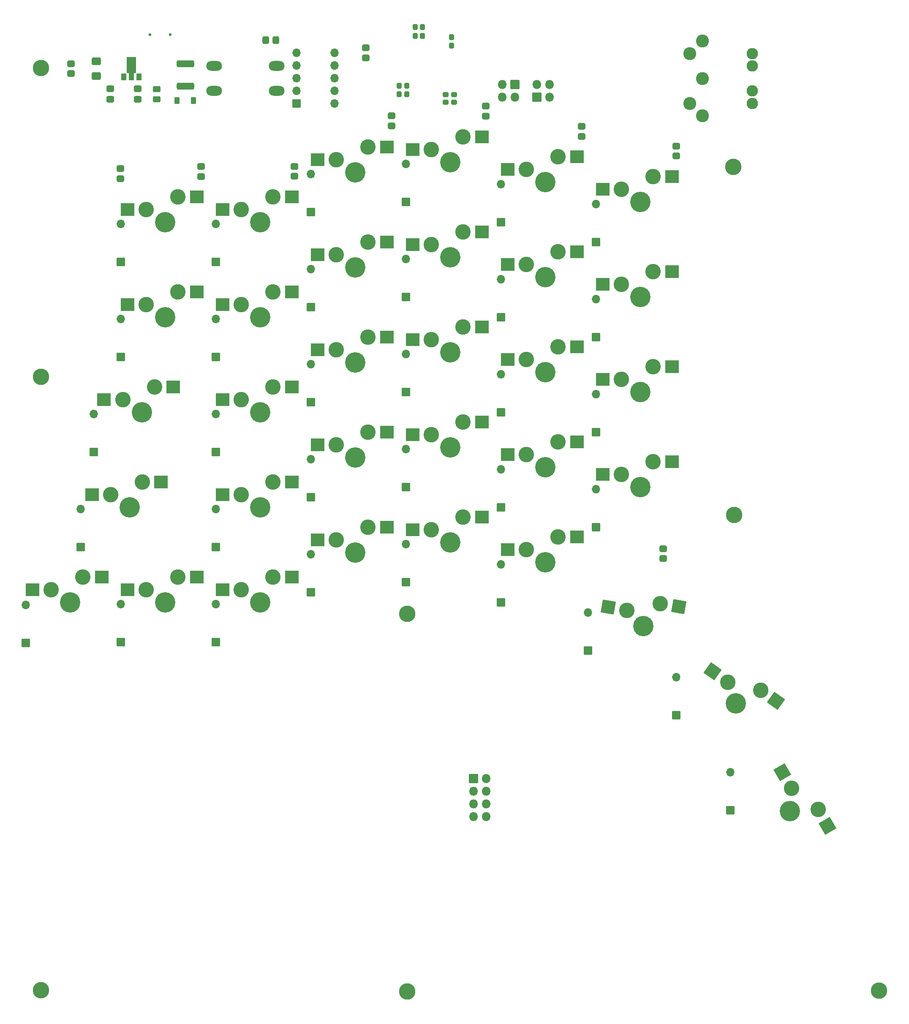
<source format=gbr>
%TF.GenerationSoftware,KiCad,Pcbnew,(6.0.0)*%
%TF.CreationDate,2022-01-01T09:35:30-08:00*%
%TF.ProjectId,thumbler_left,7468756d-626c-4657-925f-6c6566742e6b,rev?*%
%TF.SameCoordinates,Original*%
%TF.FileFunction,Soldermask,Bot*%
%TF.FilePolarity,Negative*%
%FSLAX46Y46*%
G04 Gerber Fmt 4.6, Leading zero omitted, Abs format (unit mm)*
G04 Created by KiCad (PCBNEW (6.0.0)) date 2022-01-01 09:35:30*
%MOMM*%
%LPD*%
G01*
G04 APERTURE LIST*
G04 Aperture macros list*
%AMRoundRect*
0 Rectangle with rounded corners*
0 $1 Rounding radius*
0 $2 $3 $4 $5 $6 $7 $8 $9 X,Y pos of 4 corners*
0 Add a 4 corners polygon primitive as box body*
4,1,4,$2,$3,$4,$5,$6,$7,$8,$9,$2,$3,0*
0 Add four circle primitives for the rounded corners*
1,1,$1+$1,$2,$3*
1,1,$1+$1,$4,$5*
1,1,$1+$1,$6,$7*
1,1,$1+$1,$8,$9*
0 Add four rect primitives between the rounded corners*
20,1,$1+$1,$2,$3,$4,$5,0*
20,1,$1+$1,$4,$5,$6,$7,0*
20,1,$1+$1,$6,$7,$8,$9,0*
20,1,$1+$1,$8,$9,$2,$3,0*%
%AMFreePoly0*
4,1,21,3.897855,0.901855,3.912500,0.866500,3.912500,-0.866500,3.897855,-0.901855,3.862500,-0.916500,0.737500,-0.916500,0.702145,-0.901855,0.687500,-0.866500,0.687500,-0.500000,-0.737500,-0.500000,-0.772855,-0.485355,-0.787500,-0.450000,-0.787500,0.450000,-0.772855,0.485355,-0.737500,0.500000,0.687500,0.500000,0.687500,0.866500,0.702145,0.901855,0.737500,0.916500,3.862500,0.916500,
3.897855,0.901855,3.897855,0.901855,$1*%
G04 Aperture macros list end*
%ADD10C,3.300000*%
%ADD11C,3.100000*%
%ADD12C,4.087800*%
%ADD13RoundRect,0.050000X-1.275000X-1.250000X1.275000X-1.250000X1.275000X1.250000X-1.275000X1.250000X0*%
%ADD14RoundRect,0.050000X0.800000X-0.800000X0.800000X0.800000X-0.800000X0.800000X-0.800000X-0.800000X0*%
%ADD15O,1.700000X1.700000*%
%ADD16C,2.601600*%
%ADD17C,2.286000*%
%ADD18RoundRect,0.050000X-0.850000X0.850000X-0.850000X-0.850000X0.850000X-0.850000X0.850000X0.850000X0*%
%ADD19O,1.800000X1.800000*%
%ADD20RoundRect,0.050000X-1.472690X-1.009608X1.038570X-1.452411X1.472690X1.009608X-1.038570X1.452411X0*%
%ADD21RoundRect,0.050000X-1.763389X-0.280326X0.315186X-1.757493X1.763389X0.280326X-0.315186X1.757493X0*%
%ADD22RoundRect,0.050000X-1.720032X0.479182X-0.445032X-1.729182X1.720032X-0.479182X0.445032X1.729182X0*%
%ADD23RoundRect,0.050000X0.850000X-0.850000X0.850000X0.850000X-0.850000X0.850000X-0.850000X-0.850000X0*%
%ADD24C,0.600000*%
%ADD25RoundRect,0.050000X-0.850000X-0.850000X0.850000X-0.850000X0.850000X0.850000X-0.850000X0.850000X0*%
%ADD26RoundRect,0.300000X-0.475000X0.337500X-0.475000X-0.337500X0.475000X-0.337500X0.475000X0.337500X0*%
%ADD27RoundRect,0.287500X-0.237500X0.300000X-0.237500X-0.300000X0.237500X-0.300000X0.237500X0.300000X0*%
%ADD28RoundRect,0.287500X-0.300000X-0.237500X0.300000X-0.237500X0.300000X0.237500X-0.300000X0.237500X0*%
%ADD29RoundRect,0.287500X0.237500X-0.300000X0.237500X0.300000X-0.237500X0.300000X-0.237500X-0.300000X0*%
%ADD30RoundRect,0.300000X0.337500X0.475000X-0.337500X0.475000X-0.337500X-0.475000X0.337500X-0.475000X0*%
%ADD31RoundRect,0.300000X-0.625000X0.462500X-0.625000X-0.462500X0.625000X-0.462500X0.625000X0.462500X0*%
%ADD32RoundRect,0.299999X0.450001X-0.350001X0.450001X0.350001X-0.450001X0.350001X-0.450001X-0.350001X0*%
%ADD33RoundRect,0.299999X-0.450001X0.350001X-0.450001X-0.350001X0.450001X-0.350001X0.450001X0.350001X0*%
%ADD34O,3.148000X1.950000*%
%ADD35RoundRect,0.050000X-0.800000X-0.800000X0.800000X-0.800000X0.800000X0.800000X-0.800000X0.800000X0*%
%ADD36RoundRect,0.050000X0.450000X-0.650000X0.450000X0.650000X-0.450000X0.650000X-0.450000X-0.650000X0*%
%ADD37FreePoly0,90.000000*%
%ADD38RoundRect,0.050000X0.450000X0.600000X-0.450000X0.600000X-0.450000X-0.600000X0.450000X-0.600000X0*%
%ADD39RoundRect,0.299999X-0.450001X0.325001X-0.450001X-0.325001X0.450001X-0.325001X0.450001X0.325001X0*%
%ADD40RoundRect,0.300000X-1.450000X0.400000X-1.450000X-0.400000X1.450000X-0.400000X1.450000X0.400000X0*%
G04 APERTURE END LIST*
D10*
%TO.C,REF\u002A\u002A*%
X165100000Y-332232000D03*
%TD*%
%TO.C,REF\u002A\u002A*%
X230632000Y-236728000D03*
%TD*%
%TO.C,REF\u002A\u002A*%
X91694000Y-209042000D03*
%TD*%
D11*
%TO.C,S1*%
X93796000Y-251711000D03*
D12*
X97606000Y-254251000D03*
D11*
X100146000Y-249171000D03*
D13*
X90046000Y-251711000D03*
X103896000Y-249171000D03*
%TD*%
D12*
%TO.C,S4*%
X116653000Y-178046200D03*
D11*
X119193000Y-172966200D03*
X112843000Y-175506200D03*
D13*
X109093000Y-175506200D03*
X122943000Y-172966200D03*
%TD*%
D14*
%TO.C,D6*%
X107711000Y-186032200D03*
D15*
X107711000Y-178412200D03*
%TD*%
D14*
%TO.C,D3*%
X88701000Y-262394000D03*
D15*
X88701000Y-254774000D03*
%TD*%
D14*
%TO.C,D29*%
X201345800Y-263906000D03*
D15*
X201345800Y-256286000D03*
%TD*%
D14*
%TO.C,D30*%
X219075000Y-276860000D03*
D15*
X219075000Y-269240000D03*
%TD*%
D14*
%TO.C,D31*%
X229870000Y-295910000D03*
D15*
X229870000Y-288290000D03*
%TD*%
D16*
%TO.C,J4*%
X224315000Y-141769500D03*
X224315000Y-149269500D03*
X224315000Y-156769500D03*
X221815000Y-144269500D03*
X221815000Y-154269500D03*
D17*
X234315000Y-154269500D03*
X234315000Y-144269500D03*
X234315000Y-151769500D03*
X234315000Y-146769500D03*
%TD*%
D18*
%TO.C,J3*%
X186695000Y-150490000D03*
D19*
X186695000Y-153030000D03*
X184155000Y-150490000D03*
X184155000Y-153030000D03*
%TD*%
D11*
%TO.C,S27*%
X209159949Y-255891589D03*
D12*
X212471000Y-259054600D03*
D11*
X215854544Y-254492843D03*
D20*
X205466920Y-255240408D03*
X219547574Y-255144024D03*
%TD*%
D12*
%TO.C,S28*%
X230994898Y-274537771D03*
D11*
X236008071Y-271868296D03*
X229360635Y-270260285D03*
D21*
X226303906Y-268087981D03*
X239064800Y-274040600D03*
%TD*%
D12*
%TO.C,S29*%
X241870912Y-296116815D03*
D11*
X242165617Y-291547258D03*
X247540321Y-295776520D03*
D22*
X240290617Y-288299663D03*
X249415321Y-299024115D03*
%TD*%
D23*
%TO.C,J2*%
X191135000Y-153035000D03*
D19*
X191135000Y-150495000D03*
X193675000Y-153035000D03*
X193675000Y-150495000D03*
%TD*%
D24*
%TO.C,J1*%
X117595400Y-140478000D03*
X113595400Y-140478000D03*
%TD*%
D11*
%TO.C,S7*%
X138243000Y-172966200D03*
X131893000Y-175506200D03*
D12*
X135703000Y-178046200D03*
D13*
X128143000Y-175506200D03*
X141993000Y-172966200D03*
%TD*%
D11*
%TO.C,S12*%
X150943000Y-165506200D03*
X157293000Y-162966200D03*
D12*
X154753000Y-168046200D03*
D13*
X147193000Y-165506200D03*
X161043000Y-162966200D03*
%TD*%
D11*
%TO.C,S17*%
X176343000Y-160966200D03*
D12*
X173803000Y-166046200D03*
D11*
X169993000Y-163506200D03*
D13*
X166243000Y-163506200D03*
X180093000Y-160966200D03*
%TD*%
D12*
%TO.C,S22*%
X192853000Y-170046200D03*
D11*
X195393000Y-164966200D03*
X189043000Y-167506200D03*
D13*
X185293000Y-167506200D03*
X199143000Y-164966200D03*
%TD*%
D11*
%TO.C,S30*%
X208093000Y-171506200D03*
X214443000Y-168966200D03*
D12*
X211903000Y-174046200D03*
D13*
X204343000Y-171506200D03*
X218193000Y-168966200D03*
%TD*%
D11*
%TO.C,S5*%
X119193000Y-192016200D03*
X112843000Y-194556200D03*
D12*
X116653000Y-197096200D03*
D13*
X109093000Y-194556200D03*
X122943000Y-192016200D03*
%TD*%
D11*
%TO.C,S8*%
X131893000Y-194556200D03*
X138243000Y-192016200D03*
D12*
X135703000Y-197096200D03*
D13*
X128143000Y-194556200D03*
X141993000Y-192016200D03*
%TD*%
D11*
%TO.C,S13*%
X150943000Y-184556200D03*
X157293000Y-182016200D03*
D12*
X154753000Y-187096200D03*
D13*
X147193000Y-184556200D03*
X161043000Y-182016200D03*
%TD*%
D11*
%TO.C,S18*%
X176343000Y-180016200D03*
D12*
X173803000Y-185096200D03*
D11*
X169993000Y-182556200D03*
D13*
X166243000Y-182556200D03*
X180093000Y-180016200D03*
%TD*%
D11*
%TO.C,S23*%
X189043000Y-186556200D03*
D12*
X192853000Y-189096200D03*
D11*
X195393000Y-184016200D03*
D13*
X185293000Y-186556200D03*
X199143000Y-184016200D03*
%TD*%
D11*
%TO.C,S31*%
X214443000Y-188016200D03*
X208093000Y-190556200D03*
D12*
X211903000Y-193096200D03*
D13*
X204343000Y-190556200D03*
X218193000Y-188016200D03*
%TD*%
D11*
%TO.C,S2*%
X108116516Y-213597880D03*
X114466516Y-211057880D03*
D12*
X111926516Y-216137880D03*
D13*
X104366516Y-213597880D03*
X118216516Y-211057880D03*
%TD*%
D11*
%TO.C,S9*%
X131893000Y-213606200D03*
X138243000Y-211066200D03*
D12*
X135703000Y-216146200D03*
D13*
X128143000Y-213606200D03*
X141993000Y-211066200D03*
%TD*%
D12*
%TO.C,S14*%
X154753000Y-206146200D03*
D11*
X157293000Y-201066200D03*
X150943000Y-203606200D03*
D13*
X147193000Y-203606200D03*
X161043000Y-201066200D03*
%TD*%
D12*
%TO.C,S19*%
X173803000Y-204146200D03*
D11*
X176343000Y-199066200D03*
X169993000Y-201606200D03*
D13*
X166243000Y-201606200D03*
X180093000Y-199066200D03*
%TD*%
D11*
%TO.C,S24*%
X195393000Y-203066200D03*
X189043000Y-205606200D03*
D12*
X192853000Y-208146200D03*
D13*
X185293000Y-205606200D03*
X199143000Y-203066200D03*
%TD*%
D11*
%TO.C,S32*%
X214443000Y-207066200D03*
X208093000Y-209606200D03*
D12*
X211903000Y-212146200D03*
D13*
X204343000Y-209606200D03*
X218193000Y-207066200D03*
%TD*%
D11*
%TO.C,S3*%
X112045456Y-230115156D03*
X105695456Y-232655156D03*
D12*
X109505456Y-235195156D03*
D13*
X101945456Y-232655156D03*
X115795456Y-230115156D03*
%TD*%
D12*
%TO.C,S10*%
X135703000Y-235196200D03*
D11*
X131893000Y-232656200D03*
X138243000Y-230116200D03*
D13*
X128143000Y-232656200D03*
X141993000Y-230116200D03*
%TD*%
D12*
%TO.C,S15*%
X154753000Y-225196200D03*
D11*
X157293000Y-220116200D03*
X150943000Y-222656200D03*
D13*
X147193000Y-222656200D03*
X161043000Y-220116200D03*
%TD*%
D11*
%TO.C,S20*%
X169993000Y-220656200D03*
D12*
X173803000Y-223196200D03*
D11*
X176343000Y-218116200D03*
D13*
X166243000Y-220656200D03*
X180093000Y-218116200D03*
%TD*%
D12*
%TO.C,S25*%
X192853000Y-227196200D03*
D11*
X189043000Y-224656200D03*
X195393000Y-222116200D03*
D13*
X185293000Y-224656200D03*
X199143000Y-222116200D03*
%TD*%
D11*
%TO.C,S33*%
X208093000Y-228656200D03*
X214443000Y-226116200D03*
D12*
X211903000Y-231196200D03*
D13*
X204343000Y-228656200D03*
X218193000Y-226116200D03*
%TD*%
D12*
%TO.C,S6*%
X116653000Y-254246200D03*
D11*
X112843000Y-251706200D03*
X119193000Y-249166200D03*
D13*
X109093000Y-251706200D03*
X122943000Y-249166200D03*
%TD*%
D12*
%TO.C,S11*%
X135703000Y-254246200D03*
D11*
X131893000Y-251706200D03*
X138243000Y-249166200D03*
D13*
X128143000Y-251706200D03*
X141993000Y-249166200D03*
%TD*%
D11*
%TO.C,S16*%
X150943000Y-241706200D03*
D12*
X154753000Y-244246200D03*
D11*
X157293000Y-239166200D03*
D13*
X147193000Y-241706200D03*
X161043000Y-239166200D03*
%TD*%
D12*
%TO.C,S21*%
X173803000Y-242246200D03*
D11*
X169993000Y-239706200D03*
X176343000Y-237166200D03*
D13*
X166243000Y-239706200D03*
X180093000Y-237166200D03*
%TD*%
D11*
%TO.C,S26*%
X189043000Y-243706200D03*
X195393000Y-241166200D03*
D12*
X192853000Y-246246200D03*
D13*
X185293000Y-243706200D03*
X199143000Y-241166200D03*
%TD*%
D14*
%TO.C,D9*%
X126761000Y-186032200D03*
D15*
X126761000Y-178412200D03*
%TD*%
D14*
%TO.C,D14*%
X145811000Y-176032200D03*
D15*
X145811000Y-168412200D03*
%TD*%
D14*
%TO.C,D19*%
X164861000Y-174032200D03*
D15*
X164861000Y-166412200D03*
%TD*%
D14*
%TO.C,D24*%
X183911000Y-178032200D03*
D15*
X183911000Y-170412200D03*
%TD*%
D14*
%TO.C,D32*%
X202961000Y-182032200D03*
D15*
X202961000Y-174412200D03*
%TD*%
D14*
%TO.C,D7*%
X107711000Y-205082200D03*
D15*
X107711000Y-197462200D03*
%TD*%
D14*
%TO.C,D10*%
X126761000Y-205082200D03*
D15*
X126761000Y-197462200D03*
%TD*%
D14*
%TO.C,D15*%
X145811000Y-195082200D03*
D15*
X145811000Y-187462200D03*
%TD*%
D14*
%TO.C,D20*%
X164861000Y-193082200D03*
D15*
X164861000Y-185462200D03*
%TD*%
D14*
%TO.C,D25*%
X183911000Y-197082200D03*
D15*
X183911000Y-189462200D03*
%TD*%
D14*
%TO.C,D33*%
X202961000Y-201082200D03*
D15*
X202961000Y-193462200D03*
%TD*%
D14*
%TO.C,D4*%
X102331600Y-224155000D03*
D15*
X102331600Y-216535000D03*
%TD*%
D14*
%TO.C,D11*%
X126761000Y-224132200D03*
D15*
X126761000Y-216512200D03*
%TD*%
D14*
%TO.C,D16*%
X145811000Y-214132200D03*
D15*
X145811000Y-206512200D03*
%TD*%
D14*
%TO.C,D21*%
X164861000Y-212132200D03*
D15*
X164861000Y-204512200D03*
%TD*%
D14*
%TO.C,D26*%
X183911000Y-216132200D03*
D15*
X183911000Y-208512200D03*
%TD*%
D14*
%TO.C,D34*%
X202961000Y-220132200D03*
D15*
X202961000Y-212512200D03*
%TD*%
D14*
%TO.C,D5*%
X99695000Y-243205000D03*
D15*
X99695000Y-235585000D03*
%TD*%
D14*
%TO.C,D12*%
X126761000Y-243182200D03*
D15*
X126761000Y-235562200D03*
%TD*%
D14*
%TO.C,D17*%
X145811000Y-233182200D03*
D15*
X145811000Y-225562200D03*
%TD*%
D14*
%TO.C,D22*%
X164861000Y-231182200D03*
D15*
X164861000Y-223562200D03*
%TD*%
D14*
%TO.C,D27*%
X183911000Y-235182200D03*
D15*
X183911000Y-227562200D03*
%TD*%
D14*
%TO.C,D35*%
X202961000Y-239182200D03*
D15*
X202961000Y-231562200D03*
%TD*%
D14*
%TO.C,D8*%
X107711000Y-262232200D03*
D15*
X107711000Y-254612200D03*
%TD*%
D14*
%TO.C,D13*%
X126761000Y-262232200D03*
D15*
X126761000Y-254612200D03*
%TD*%
D14*
%TO.C,D18*%
X145811000Y-252232200D03*
D15*
X145811000Y-244612200D03*
%TD*%
D14*
%TO.C,D23*%
X164861000Y-250232200D03*
D15*
X164861000Y-242612200D03*
%TD*%
D14*
%TO.C,D28*%
X183911000Y-254232200D03*
D15*
X183911000Y-246612200D03*
%TD*%
D10*
%TO.C,REF\u002A\u002A*%
X259715000Y-332105000D03*
%TD*%
%TO.C,REF\u002A\u002A*%
X165100000Y-256540000D03*
%TD*%
%TO.C,REF\u002A\u002A*%
X91694000Y-331978000D03*
%TD*%
%TO.C,REF\u002A\u002A*%
X91694000Y-147150918D03*
%TD*%
%TO.C,REF\u002A\u002A*%
X230505000Y-167005000D03*
%TD*%
D25*
%TO.C,J9*%
X178435000Y-289560000D03*
D19*
X180975000Y-289560000D03*
X178435000Y-292100000D03*
X180975000Y-292100000D03*
X178435000Y-294640000D03*
X180975000Y-294640000D03*
X178435000Y-297180000D03*
X180975000Y-297180000D03*
%TD*%
D26*
%TO.C,C1*%
X111125000Y-151331250D03*
X111125000Y-153406250D03*
%TD*%
D27*
%TO.C,C3*%
X163515100Y-150728600D03*
X163515100Y-152453600D03*
%TD*%
D28*
%TO.C,C7*%
X172812600Y-152506600D03*
X174537600Y-152506600D03*
%TD*%
D29*
%TO.C,C8*%
X174056100Y-142701100D03*
X174056100Y-140976100D03*
%TD*%
%TO.C,C9*%
X166702800Y-140695600D03*
X166702800Y-138970600D03*
%TD*%
D30*
%TO.C,C4*%
X138832500Y-141605000D03*
X136757500Y-141605000D03*
%TD*%
D29*
%TO.C,C10*%
X168214100Y-140695600D03*
X168214100Y-138970600D03*
%TD*%
D31*
%TO.C,D2*%
X102842500Y-145801250D03*
X102842500Y-148776250D03*
%TD*%
D32*
%TO.C,R7*%
X156845000Y-145145000D03*
X156845000Y-143145000D03*
%TD*%
D33*
%TO.C,R4*%
X97762500Y-146288750D03*
X97762500Y-148288750D03*
%TD*%
%TO.C,R6*%
X142523600Y-166880600D03*
X142523600Y-168880600D03*
%TD*%
%TO.C,R8*%
X162030800Y-156771400D03*
X162030800Y-158771400D03*
%TD*%
%TO.C,R9*%
X180877600Y-154790200D03*
X180877600Y-156790200D03*
%TD*%
%TO.C,R10*%
X200080000Y-158854200D03*
X200080000Y-160854200D03*
%TD*%
%TO.C,R11*%
X216408000Y-243491000D03*
X216408000Y-245491000D03*
%TD*%
%TO.C,R12*%
X219028400Y-162816600D03*
X219028400Y-164816600D03*
%TD*%
D34*
%TO.C,SW1*%
X126475000Y-151725000D03*
X138975000Y-151725000D03*
X126475000Y-146725000D03*
X138975000Y-146725000D03*
%TD*%
D35*
%TO.C,SW2*%
X142925750Y-154294250D03*
D15*
X142925750Y-151754250D03*
X142925750Y-149214250D03*
X142925750Y-146674250D03*
X142925750Y-144134250D03*
X150545750Y-144134250D03*
X150545750Y-146674250D03*
X150545750Y-149214250D03*
X150545750Y-151754250D03*
X150545750Y-154294250D03*
%TD*%
D36*
%TO.C,U2*%
X111355000Y-148938750D03*
D37*
X109855000Y-148851250D03*
D36*
X108355000Y-148938750D03*
%TD*%
D38*
%TO.C,D1*%
X122300000Y-153670000D03*
X119000000Y-153670000D03*
%TD*%
D33*
%TO.C,R5*%
X123829200Y-166931400D03*
X123829200Y-168931400D03*
%TD*%
D39*
%TO.C,FB1*%
X114935000Y-151375000D03*
X114935000Y-153425000D03*
%TD*%
D40*
%TO.C,F1*%
X120650000Y-146365000D03*
X120650000Y-150815000D03*
%TD*%
D26*
%TO.C,C2*%
X105612500Y-151331250D03*
X105612500Y-153406250D03*
%TD*%
D28*
%TO.C,C5*%
X172812600Y-154030600D03*
X174537600Y-154030600D03*
%TD*%
D27*
%TO.C,C6*%
X165039100Y-150728600D03*
X165039100Y-152453600D03*
%TD*%
D33*
%TO.C,R3*%
X107674800Y-167337800D03*
X107674800Y-169337800D03*
%TD*%
M02*

</source>
